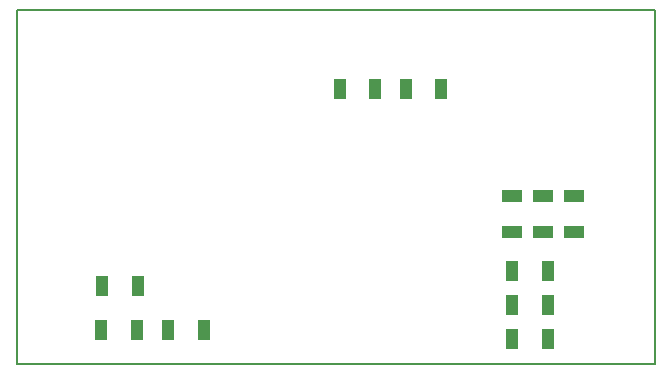
<source format=gbr>
G04 PROTEUS RS274X GERBER FILE*
%FSLAX45Y45*%
%MOMM*%
G01*
%ADD17R,1.041400X1.803400*%
%ADD18R,1.092200X1.752600*%
%ADD71R,1.803400X1.041400*%
%ADD20C,0.203200*%
%TD.AperFunction*%
D17*
X-10470000Y+9470000D03*
X-10170000Y+9470000D03*
D18*
X-6700000Y+9310000D03*
X-7000000Y+9310000D03*
X-6700000Y+9020000D03*
X-7000000Y+9020000D03*
X-6700000Y+9600000D03*
X-7000000Y+9600000D03*
D71*
X-7000000Y+9930000D03*
X-7000000Y+10230000D03*
X-6740000Y+9930000D03*
X-6740000Y+10230000D03*
X-6480000Y+9930000D03*
X-6480000Y+10230000D03*
D17*
X-7900000Y+11140000D03*
X-7600000Y+11140000D03*
X-10480000Y+9100000D03*
X-10180000Y+9100000D03*
D18*
X-8160000Y+11140000D03*
X-8460000Y+11140000D03*
X-9910000Y+9100000D03*
X-9610000Y+9100000D03*
D20*
X-11190000Y+8810000D02*
X-5790000Y+8810000D01*
X-5790000Y+11810000D01*
X-11190000Y+11810000D01*
X-11190000Y+8810000D01*
M02*

</source>
